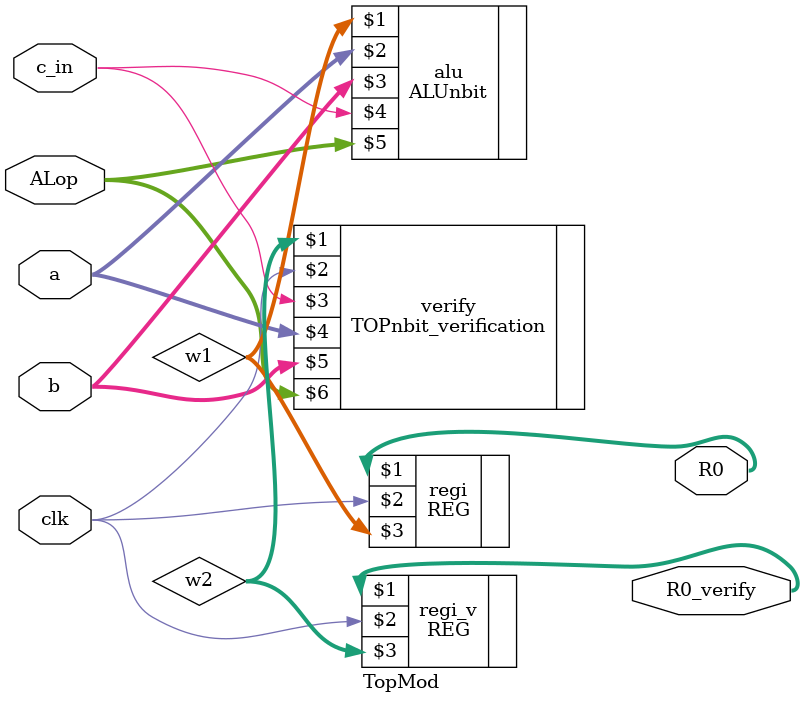
<source format=v>
`timescale 1ns / 1ps

module TopMod(R0,R0_verify,clk,a,b,c_in,ALop);

parameter X = 32;

input c_in;
input clk;
input [X-1:0] a;
input [X-1:0] b;
input [2:0] ALop;

output [X:0] R0;
output [X:0] R0_verify;

wire [X:0] w1;
wire [X:0] w2;
wire c_out;

ALUnbit alu(w1,a,b,c_in,ALop);
TOPnbit_verification verify(w2,clk,c_in,a,b,ALop);

REG regi(R0,clk,w1);
REG regi_v(R0_verify,clk,w2);

endmodule
</source>
